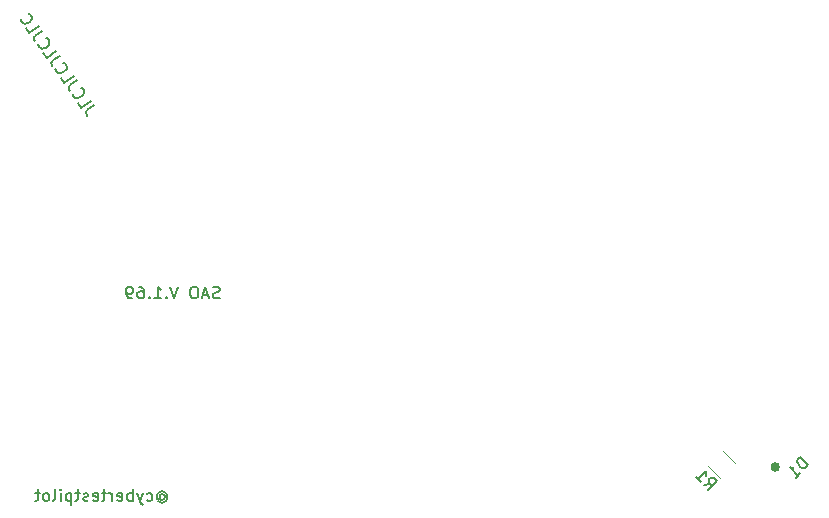
<source format=gbo>
%TF.GenerationSoftware,KiCad,Pcbnew,(5.1.12-1-10_14)*%
%TF.CreationDate,2022-04-05T14:51:50-04:00*%
%TF.ProjectId,space_shuttle_SAO,73706163-655f-4736-9875-74746c655f53,rev?*%
%TF.SameCoordinates,Original*%
%TF.FileFunction,Legend,Bot*%
%TF.FilePolarity,Positive*%
%FSLAX46Y46*%
G04 Gerber Fmt 4.6, Leading zero omitted, Abs format (unit mm)*
G04 Created by KiCad (PCBNEW (5.1.12-1-10_14)) date 2022-04-05 14:51:50*
%MOMM*%
%LPD*%
G01*
G04 APERTURE LIST*
%ADD10C,0.150000*%
%ADD11C,0.400000*%
%ADD12C,0.120000*%
G04 APERTURE END LIST*
D10*
X110448520Y-79928680D02*
X109863411Y-80338378D01*
X109773702Y-80459325D01*
X109750314Y-80591965D01*
X109793247Y-80736300D01*
X109847873Y-80814315D01*
X109083104Y-79722112D02*
X109356236Y-80112184D01*
X110175388Y-79538608D01*
X108642169Y-78926348D02*
X108630475Y-78992669D01*
X108673407Y-79137003D01*
X108728033Y-79215018D01*
X108848980Y-79304726D01*
X108981621Y-79328115D01*
X109086948Y-79312496D01*
X109270290Y-79242250D01*
X109387312Y-79160311D01*
X109516028Y-79012051D01*
X109566729Y-78918417D01*
X109590117Y-78785776D01*
X109547185Y-78641441D01*
X109492559Y-78563427D01*
X109371612Y-78473718D01*
X109305292Y-78462024D01*
X108973609Y-77822289D02*
X108388500Y-78231987D01*
X108298792Y-78352934D01*
X108275403Y-78485574D01*
X108318336Y-78629909D01*
X108372962Y-78707924D01*
X107608193Y-77615721D02*
X107881325Y-78005793D01*
X108700477Y-77432217D01*
X107167258Y-76819957D02*
X107155564Y-76886278D01*
X107198496Y-77030612D01*
X107253122Y-77108627D01*
X107374069Y-77198336D01*
X107506710Y-77221724D01*
X107612038Y-77206105D01*
X107795380Y-77135859D01*
X107912401Y-77053920D01*
X108041117Y-76905660D01*
X108091818Y-76812026D01*
X108115207Y-76679385D01*
X108072274Y-76535051D01*
X108017648Y-76457036D01*
X107896701Y-76367327D01*
X107830381Y-76355633D01*
X107498698Y-75715898D02*
X106913589Y-76125596D01*
X106823881Y-76246543D01*
X106800493Y-76379183D01*
X106843425Y-76523518D01*
X106898051Y-76601533D01*
X106133283Y-75509330D02*
X106406414Y-75899403D01*
X107225566Y-75325826D01*
X105692347Y-74713566D02*
X105680653Y-74779887D01*
X105723585Y-74924222D01*
X105778212Y-75002236D01*
X105899158Y-75091945D01*
X106031799Y-75115333D01*
X106137127Y-75099714D01*
X106320469Y-75029468D01*
X106437491Y-74947529D01*
X106566206Y-74799269D01*
X106616908Y-74705635D01*
X106640296Y-74572994D01*
X106597364Y-74428660D01*
X106542737Y-74350645D01*
X106421791Y-74260937D01*
X106355470Y-74249242D01*
X106023787Y-73609508D02*
X105438679Y-74019205D01*
X105348970Y-74140152D01*
X105325582Y-74272792D01*
X105368514Y-74417127D01*
X105423140Y-74495142D01*
X104658372Y-73402939D02*
X104931503Y-73793012D01*
X105750655Y-73219435D01*
X104217436Y-72607175D02*
X104205742Y-72673496D01*
X104248674Y-72817831D01*
X104303301Y-72895845D01*
X104424247Y-72985554D01*
X104556888Y-73008942D01*
X104662216Y-72993323D01*
X104845558Y-72923077D01*
X104962580Y-72841138D01*
X105091296Y-72692878D01*
X105141997Y-72599244D01*
X105165385Y-72466603D01*
X105122453Y-72322269D01*
X105067826Y-72244254D01*
X104946880Y-72154546D01*
X104880559Y-72142851D01*
X115970392Y-112935070D02*
X116018011Y-112887451D01*
X116113249Y-112839832D01*
X116208487Y-112839832D01*
X116303725Y-112887451D01*
X116351344Y-112935070D01*
X116398963Y-113030308D01*
X116398963Y-113125546D01*
X116351344Y-113220784D01*
X116303725Y-113268403D01*
X116208487Y-113316022D01*
X116113249Y-113316022D01*
X116018011Y-113268403D01*
X115970392Y-113220784D01*
X115970392Y-112839832D02*
X115970392Y-113220784D01*
X115922773Y-113268403D01*
X115875154Y-113268403D01*
X115779916Y-113220784D01*
X115732297Y-113125546D01*
X115732297Y-112887451D01*
X115827535Y-112744594D01*
X115970392Y-112649356D01*
X116160868Y-112601737D01*
X116351344Y-112649356D01*
X116494201Y-112744594D01*
X116589440Y-112887451D01*
X116637059Y-113077927D01*
X116589440Y-113268403D01*
X116494201Y-113411260D01*
X116351344Y-113506499D01*
X116160868Y-113554118D01*
X115970392Y-113506499D01*
X115827535Y-113411260D01*
X114875154Y-113363641D02*
X114970392Y-113411260D01*
X115160868Y-113411260D01*
X115256106Y-113363641D01*
X115303725Y-113316022D01*
X115351344Y-113220784D01*
X115351344Y-112935070D01*
X115303725Y-112839832D01*
X115256106Y-112792213D01*
X115160868Y-112744594D01*
X114970392Y-112744594D01*
X114875154Y-112792213D01*
X114541820Y-112744594D02*
X114303725Y-113411260D01*
X114065630Y-112744594D02*
X114303725Y-113411260D01*
X114398963Y-113649356D01*
X114446582Y-113696975D01*
X114541820Y-113744594D01*
X113684678Y-113411260D02*
X113684678Y-112411260D01*
X113684678Y-112792213D02*
X113589440Y-112744594D01*
X113398963Y-112744594D01*
X113303725Y-112792213D01*
X113256106Y-112839832D01*
X113208487Y-112935070D01*
X113208487Y-113220784D01*
X113256106Y-113316022D01*
X113303725Y-113363641D01*
X113398963Y-113411260D01*
X113589440Y-113411260D01*
X113684678Y-113363641D01*
X112398963Y-113363641D02*
X112494201Y-113411260D01*
X112684678Y-113411260D01*
X112779916Y-113363641D01*
X112827535Y-113268403D01*
X112827535Y-112887451D01*
X112779916Y-112792213D01*
X112684678Y-112744594D01*
X112494201Y-112744594D01*
X112398963Y-112792213D01*
X112351344Y-112887451D01*
X112351344Y-112982689D01*
X112827535Y-113077927D01*
X111922773Y-113411260D02*
X111922773Y-112744594D01*
X111922773Y-112935070D02*
X111875154Y-112839832D01*
X111827535Y-112792213D01*
X111732297Y-112744594D01*
X111637059Y-112744594D01*
X111446582Y-112744594D02*
X111065630Y-112744594D01*
X111303725Y-112411260D02*
X111303725Y-113268403D01*
X111256106Y-113363641D01*
X111160868Y-113411260D01*
X111065630Y-113411260D01*
X110351344Y-113363641D02*
X110446582Y-113411260D01*
X110637059Y-113411260D01*
X110732297Y-113363641D01*
X110779916Y-113268403D01*
X110779916Y-112887451D01*
X110732297Y-112792213D01*
X110637059Y-112744594D01*
X110446582Y-112744594D01*
X110351344Y-112792213D01*
X110303725Y-112887451D01*
X110303725Y-112982689D01*
X110779916Y-113077927D01*
X109922773Y-113363641D02*
X109827535Y-113411260D01*
X109637059Y-113411260D01*
X109541820Y-113363641D01*
X109494201Y-113268403D01*
X109494201Y-113220784D01*
X109541820Y-113125546D01*
X109637059Y-113077927D01*
X109779916Y-113077927D01*
X109875154Y-113030308D01*
X109922773Y-112935070D01*
X109922773Y-112887451D01*
X109875154Y-112792213D01*
X109779916Y-112744594D01*
X109637059Y-112744594D01*
X109541820Y-112792213D01*
X109208487Y-112744594D02*
X108827535Y-112744594D01*
X109065630Y-112411260D02*
X109065630Y-113268403D01*
X109018011Y-113363641D01*
X108922773Y-113411260D01*
X108827535Y-113411260D01*
X108494201Y-112744594D02*
X108494201Y-113744594D01*
X108494201Y-112792213D02*
X108398963Y-112744594D01*
X108208487Y-112744594D01*
X108113249Y-112792213D01*
X108065630Y-112839832D01*
X108018011Y-112935070D01*
X108018011Y-113220784D01*
X108065630Y-113316022D01*
X108113249Y-113363641D01*
X108208487Y-113411260D01*
X108398963Y-113411260D01*
X108494201Y-113363641D01*
X107589440Y-113411260D02*
X107589440Y-112744594D01*
X107589440Y-112411260D02*
X107637059Y-112458880D01*
X107589440Y-112506499D01*
X107541820Y-112458880D01*
X107589440Y-112411260D01*
X107589440Y-112506499D01*
X106970392Y-113411260D02*
X107065630Y-113363641D01*
X107113249Y-113268403D01*
X107113249Y-112411260D01*
X106446582Y-113411260D02*
X106541820Y-113363641D01*
X106589440Y-113316022D01*
X106637059Y-113220784D01*
X106637059Y-112935070D01*
X106589440Y-112839832D01*
X106541820Y-112792213D01*
X106446582Y-112744594D01*
X106303725Y-112744594D01*
X106208487Y-112792213D01*
X106160868Y-112839832D01*
X106113249Y-112935070D01*
X106113249Y-113220784D01*
X106160868Y-113316022D01*
X106208487Y-113363641D01*
X106303725Y-113411260D01*
X106446582Y-113411260D01*
X105827535Y-112744594D02*
X105446582Y-112744594D01*
X105684678Y-112411260D02*
X105684678Y-113268403D01*
X105637059Y-113363641D01*
X105541820Y-113411260D01*
X105446582Y-113411260D01*
X121046380Y-96223721D02*
X120903523Y-96271340D01*
X120665428Y-96271340D01*
X120570190Y-96223721D01*
X120522571Y-96176102D01*
X120474952Y-96080864D01*
X120474952Y-95985626D01*
X120522571Y-95890388D01*
X120570190Y-95842769D01*
X120665428Y-95795150D01*
X120855904Y-95747531D01*
X120951142Y-95699912D01*
X120998761Y-95652293D01*
X121046380Y-95557055D01*
X121046380Y-95461817D01*
X120998761Y-95366579D01*
X120951142Y-95318960D01*
X120855904Y-95271340D01*
X120617809Y-95271340D01*
X120474952Y-95318960D01*
X120094000Y-95985626D02*
X119617809Y-95985626D01*
X120189238Y-96271340D02*
X119855904Y-95271340D01*
X119522571Y-96271340D01*
X118998761Y-95271340D02*
X118808285Y-95271340D01*
X118713047Y-95318960D01*
X118617809Y-95414198D01*
X118570190Y-95604674D01*
X118570190Y-95938007D01*
X118617809Y-96128483D01*
X118713047Y-96223721D01*
X118808285Y-96271340D01*
X118998761Y-96271340D01*
X119094000Y-96223721D01*
X119189238Y-96128483D01*
X119236857Y-95938007D01*
X119236857Y-95604674D01*
X119189238Y-95414198D01*
X119094000Y-95318960D01*
X118998761Y-95271340D01*
X117522571Y-95271340D02*
X117189238Y-96271340D01*
X116855904Y-95271340D01*
X116522571Y-96176102D02*
X116474952Y-96223721D01*
X116522571Y-96271340D01*
X116570190Y-96223721D01*
X116522571Y-96176102D01*
X116522571Y-96271340D01*
X115522571Y-96271340D02*
X116094000Y-96271340D01*
X115808285Y-96271340D02*
X115808285Y-95271340D01*
X115903523Y-95414198D01*
X115998761Y-95509436D01*
X116094000Y-95557055D01*
X115094000Y-96176102D02*
X115046380Y-96223721D01*
X115094000Y-96271340D01*
X115141619Y-96223721D01*
X115094000Y-96176102D01*
X115094000Y-96271340D01*
X114189238Y-95271340D02*
X114379714Y-95271340D01*
X114474952Y-95318960D01*
X114522571Y-95366579D01*
X114617809Y-95509436D01*
X114665428Y-95699912D01*
X114665428Y-96080864D01*
X114617809Y-96176102D01*
X114570190Y-96223721D01*
X114474952Y-96271340D01*
X114284476Y-96271340D01*
X114189238Y-96223721D01*
X114141619Y-96176102D01*
X114094000Y-96080864D01*
X114094000Y-95842769D01*
X114141619Y-95747531D01*
X114189238Y-95699912D01*
X114284476Y-95652293D01*
X114474952Y-95652293D01*
X114570190Y-95699912D01*
X114617809Y-95747531D01*
X114665428Y-95842769D01*
X113617809Y-96271340D02*
X113427333Y-96271340D01*
X113332095Y-96223721D01*
X113284476Y-96176102D01*
X113189238Y-96033245D01*
X113141619Y-95842769D01*
X113141619Y-95461817D01*
X113189238Y-95366579D01*
X113236857Y-95318960D01*
X113332095Y-95271340D01*
X113522571Y-95271340D01*
X113617809Y-95318960D01*
X113665428Y-95366579D01*
X113713047Y-95461817D01*
X113713047Y-95699912D01*
X113665428Y-95795150D01*
X113617809Y-95842769D01*
X113522571Y-95890388D01*
X113332095Y-95890388D01*
X113236857Y-95842769D01*
X113189238Y-95795150D01*
X113141619Y-95699912D01*
D11*
%TO.C,D1*%
X168297095Y-110544944D02*
G75*
G03*
X168297095Y-110544944I-200000J0D01*
G01*
D12*
%TO.C,R1*%
X162369797Y-110474211D02*
X163398021Y-111502435D01*
X163656731Y-109187277D02*
X164684955Y-110215501D01*
%TO.C,D1*%
D10*
X170890368Y-110413132D02*
X170183262Y-109706025D01*
X170014903Y-109874384D01*
X169947559Y-110009071D01*
X169947559Y-110143758D01*
X169981231Y-110244773D01*
X170082246Y-110413132D01*
X170183262Y-110514147D01*
X170351620Y-110615163D01*
X170452636Y-110648834D01*
X170587323Y-110648834D01*
X170722010Y-110581491D01*
X170890368Y-110413132D01*
X169812872Y-111490628D02*
X170216933Y-111086567D01*
X170014903Y-111288598D02*
X169307796Y-110581491D01*
X169476155Y-110615163D01*
X169610842Y-110615163D01*
X169711857Y-110581491D01*
%TO.C,R1*%
X162038411Y-112069522D02*
X162610831Y-111968507D01*
X162442472Y-112473583D02*
X163149579Y-111766477D01*
X162880205Y-111497102D01*
X162779190Y-111463431D01*
X162711846Y-111463431D01*
X162610831Y-111497102D01*
X162509816Y-111598118D01*
X162476144Y-111699133D01*
X162476144Y-111766477D01*
X162509816Y-111867492D01*
X162779190Y-112136866D01*
X161364976Y-111396087D02*
X161769037Y-111800148D01*
X161567006Y-111598118D02*
X162274113Y-110891011D01*
X162240442Y-111059370D01*
X162240442Y-111194057D01*
X162274113Y-111295072D01*
%TD*%
M02*

</source>
